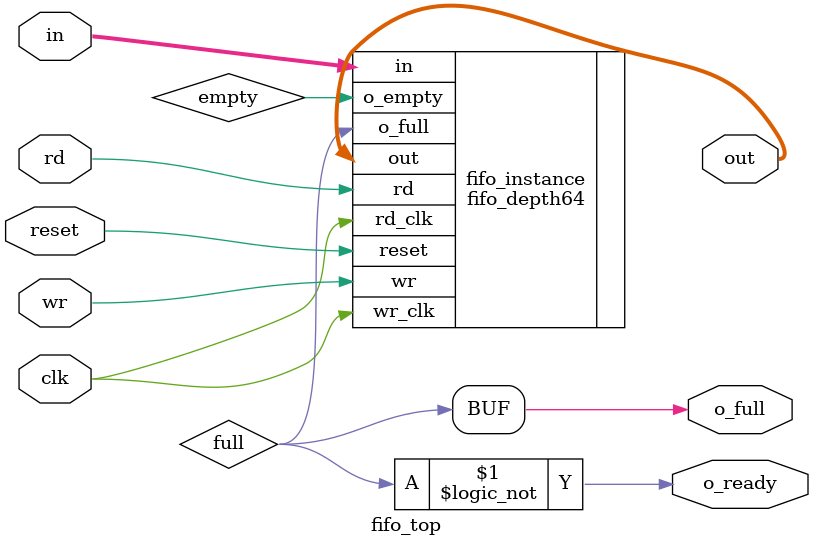
<source format=v>
module fifo_top (clk, in, out, rd, wr, o_full, reset, o_ready);

  parameter bw = 4;
  parameter width = 1;

  input  clk;
  input  wr;
  input  rd;
  input  reset;
  input  [width*bw-1:0] in;
  output [width*bw-1:0] out;
  output o_full;
  output o_ready;

  wire [width-1:0] empty;
  wire [width-1:0] full;
  
  genvar i;

  assign o_ready = !full ;
  assign o_full  = full ;


      fifo_depth64 #(.bw(bw)) fifo_instance (
	 .rd_clk(clk),
	 .wr_clk(clk),
	 .rd(rd),
	 .wr(wr),
         .o_empty(empty),
         .o_full(full),
	 .in(in),
	 .out(out),
         .reset(reset));


endmodule

</source>
